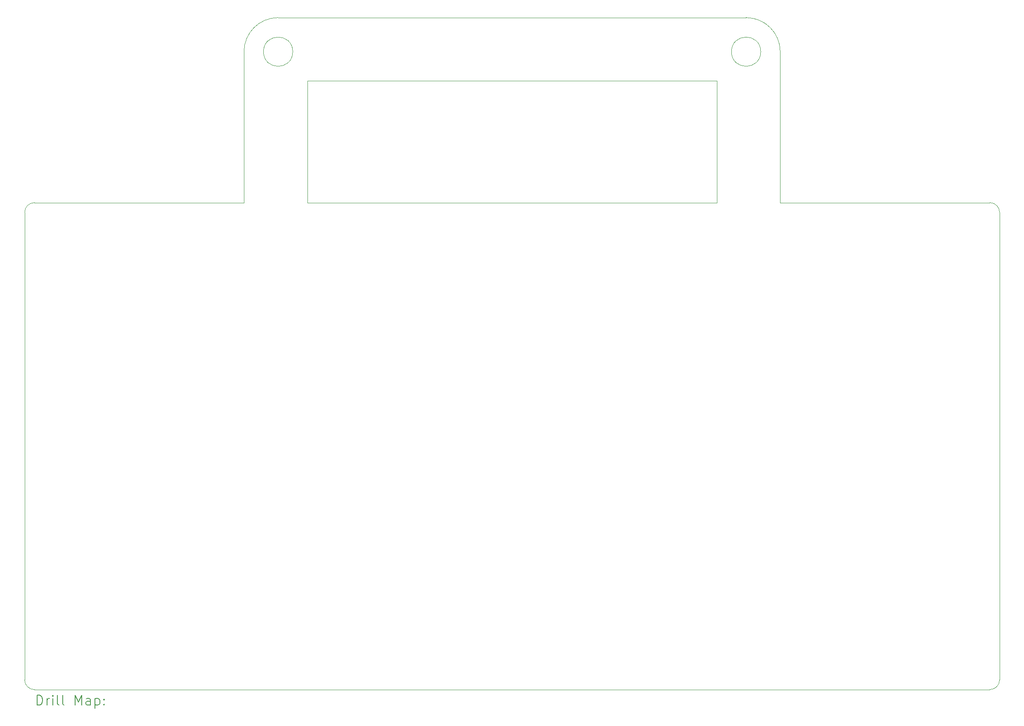
<source format=gbr>
%TF.GenerationSoftware,KiCad,Pcbnew,7.0.9*%
%TF.CreationDate,2024-02-01T20:28:59-08:00*%
%TF.ProjectId,DC32_Cnet_Badge_Main,44433332-5f43-46e6-9574-5f4261646765,rev?*%
%TF.SameCoordinates,Original*%
%TF.FileFunction,Drillmap*%
%TF.FilePolarity,Positive*%
%FSLAX45Y45*%
G04 Gerber Fmt 4.5, Leading zero omitted, Abs format (unit mm)*
G04 Created by KiCad (PCBNEW 7.0.9) date 2024-02-01 20:28:59*
%MOMM*%
%LPD*%
G01*
G04 APERTURE LIST*
%ADD10C,0.100000*%
%ADD11C,0.200000*%
G04 APERTURE END LIST*
D10*
X25000000Y-7900000D02*
X25000000Y-15700000D01*
X5000000Y-15700000D02*
G75*
G03*
X5200000Y-15900000I200000J0D01*
G01*
X24800000Y-15900000D02*
X5200000Y-15900000D01*
X20500000Y-2800000D02*
X20500000Y-5900000D01*
X24800000Y-15900000D02*
G75*
G03*
X25000000Y-15700000I0J200000D01*
G01*
X5000000Y-7900000D02*
X5000000Y-15700000D01*
X9500000Y-5900000D02*
X9500000Y-2800000D01*
X20500000Y-2800000D02*
G75*
G03*
X19800000Y-2100000I-700000J0D01*
G01*
X10200000Y-2100000D02*
G75*
G03*
X9500000Y-2800000I0J-700000D01*
G01*
X19200000Y-5900000D02*
X19200000Y-3400000D01*
X5200000Y-5900000D02*
G75*
G03*
X5000000Y-6100000I0J-200000D01*
G01*
X20100000Y-2800000D02*
G75*
G03*
X20100000Y-2800000I-300000J0D01*
G01*
X5000000Y-6100000D02*
X5000000Y-7900000D01*
X10500000Y-2800000D02*
G75*
G03*
X10500000Y-2800000I-300000J0D01*
G01*
X20500000Y-5900000D02*
X24800000Y-5900000D01*
X19800000Y-2100000D02*
X10200000Y-2100000D01*
X25000000Y-6100000D02*
X25000000Y-7900000D01*
X10800000Y-5900000D02*
X10800000Y-3400000D01*
X5200000Y-5900000D02*
X9500000Y-5900000D01*
X10800000Y-3400000D02*
X19200000Y-3400000D01*
X25000000Y-6100000D02*
G75*
G03*
X24800000Y-5900000I-200000J0D01*
G01*
X10800000Y-5900000D02*
X19200000Y-5900000D01*
D11*
X5255777Y-16216484D02*
X5255777Y-16016484D01*
X5255777Y-16016484D02*
X5303396Y-16016484D01*
X5303396Y-16016484D02*
X5331967Y-16026008D01*
X5331967Y-16026008D02*
X5351015Y-16045055D01*
X5351015Y-16045055D02*
X5360539Y-16064103D01*
X5360539Y-16064103D02*
X5370063Y-16102198D01*
X5370063Y-16102198D02*
X5370063Y-16130769D01*
X5370063Y-16130769D02*
X5360539Y-16168865D01*
X5360539Y-16168865D02*
X5351015Y-16187912D01*
X5351015Y-16187912D02*
X5331967Y-16206960D01*
X5331967Y-16206960D02*
X5303396Y-16216484D01*
X5303396Y-16216484D02*
X5255777Y-16216484D01*
X5455777Y-16216484D02*
X5455777Y-16083150D01*
X5455777Y-16121246D02*
X5465301Y-16102198D01*
X5465301Y-16102198D02*
X5474824Y-16092674D01*
X5474824Y-16092674D02*
X5493872Y-16083150D01*
X5493872Y-16083150D02*
X5512920Y-16083150D01*
X5579586Y-16216484D02*
X5579586Y-16083150D01*
X5579586Y-16016484D02*
X5570063Y-16026008D01*
X5570063Y-16026008D02*
X5579586Y-16035531D01*
X5579586Y-16035531D02*
X5589110Y-16026008D01*
X5589110Y-16026008D02*
X5579586Y-16016484D01*
X5579586Y-16016484D02*
X5579586Y-16035531D01*
X5703396Y-16216484D02*
X5684348Y-16206960D01*
X5684348Y-16206960D02*
X5674824Y-16187912D01*
X5674824Y-16187912D02*
X5674824Y-16016484D01*
X5808158Y-16216484D02*
X5789110Y-16206960D01*
X5789110Y-16206960D02*
X5779586Y-16187912D01*
X5779586Y-16187912D02*
X5779586Y-16016484D01*
X6036729Y-16216484D02*
X6036729Y-16016484D01*
X6036729Y-16016484D02*
X6103396Y-16159341D01*
X6103396Y-16159341D02*
X6170062Y-16016484D01*
X6170062Y-16016484D02*
X6170062Y-16216484D01*
X6351015Y-16216484D02*
X6351015Y-16111722D01*
X6351015Y-16111722D02*
X6341491Y-16092674D01*
X6341491Y-16092674D02*
X6322443Y-16083150D01*
X6322443Y-16083150D02*
X6284348Y-16083150D01*
X6284348Y-16083150D02*
X6265301Y-16092674D01*
X6351015Y-16206960D02*
X6331967Y-16216484D01*
X6331967Y-16216484D02*
X6284348Y-16216484D01*
X6284348Y-16216484D02*
X6265301Y-16206960D01*
X6265301Y-16206960D02*
X6255777Y-16187912D01*
X6255777Y-16187912D02*
X6255777Y-16168865D01*
X6255777Y-16168865D02*
X6265301Y-16149817D01*
X6265301Y-16149817D02*
X6284348Y-16140293D01*
X6284348Y-16140293D02*
X6331967Y-16140293D01*
X6331967Y-16140293D02*
X6351015Y-16130769D01*
X6446253Y-16083150D02*
X6446253Y-16283150D01*
X6446253Y-16092674D02*
X6465301Y-16083150D01*
X6465301Y-16083150D02*
X6503396Y-16083150D01*
X6503396Y-16083150D02*
X6522443Y-16092674D01*
X6522443Y-16092674D02*
X6531967Y-16102198D01*
X6531967Y-16102198D02*
X6541491Y-16121246D01*
X6541491Y-16121246D02*
X6541491Y-16178388D01*
X6541491Y-16178388D02*
X6531967Y-16197436D01*
X6531967Y-16197436D02*
X6522443Y-16206960D01*
X6522443Y-16206960D02*
X6503396Y-16216484D01*
X6503396Y-16216484D02*
X6465301Y-16216484D01*
X6465301Y-16216484D02*
X6446253Y-16206960D01*
X6627205Y-16197436D02*
X6636729Y-16206960D01*
X6636729Y-16206960D02*
X6627205Y-16216484D01*
X6627205Y-16216484D02*
X6617682Y-16206960D01*
X6617682Y-16206960D02*
X6627205Y-16197436D01*
X6627205Y-16197436D02*
X6627205Y-16216484D01*
X6627205Y-16092674D02*
X6636729Y-16102198D01*
X6636729Y-16102198D02*
X6627205Y-16111722D01*
X6627205Y-16111722D02*
X6617682Y-16102198D01*
X6617682Y-16102198D02*
X6627205Y-16092674D01*
X6627205Y-16092674D02*
X6627205Y-16111722D01*
M02*

</source>
